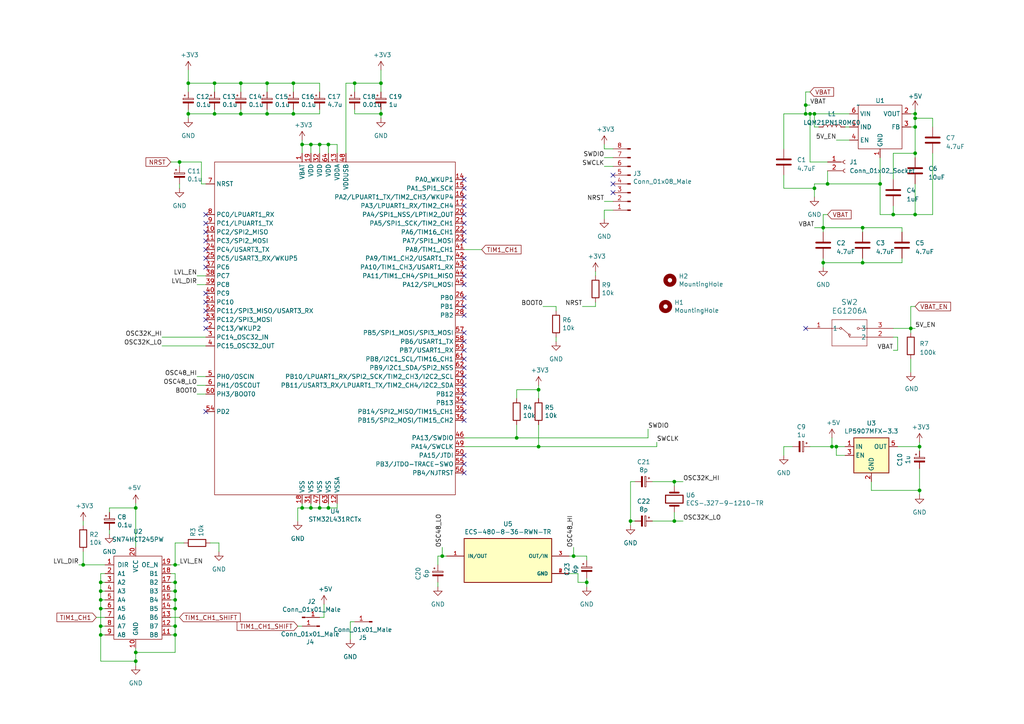
<source format=kicad_sch>
(kicad_sch (version 20231120) (generator "eeschema") (generator_version "8.0")
  (paper "A4")
  (lib_symbols
    (symbol "Connector:Conn_01x02_Socket" (pin_names (offset 1.016) hide)
      (property "Reference" "J" (at 0 2.54 0))
      (property "Value" "Conn_01x02_Socket" (at 0 -5.08 0))
      (symbol "Conn_01x02_Socket_1_1"
        (pin passive line (at -5.08 0 0) (length 3.81) (name "Pin_1") (number "1"))
        (pin passive line (at -5.08 -2.54 0) (length 3.81) (name "Pin_2") (number "2"))
      )
    )
    (symbol "Connector:Conn_01x08_Male" (pin_names (offset 1.016) hide)
      (property "Reference" "J" (at 0 10.16 0))
      (property "Value" "Conn_01x08_Male" (at 0 -12.7 0))
      (symbol "Conn_01x08_Male_1_1"
        (pin passive line (at 5.08 7.62 180) (length 3.81) (name "Pin_1") (number "1"))
        (pin passive line (at 5.08 5.08 180) (length 3.81) (name "Pin_2") (number "2"))
        (pin passive line (at 5.08 2.54 180) (length 3.81) (name "Pin_3") (number "3"))
        (pin passive line (at 5.08 0 180) (length 3.81) (name "Pin_4") (number "4"))
        (pin passive line (at 5.08 -2.54 180) (length 3.81) (name "Pin_5") (number "5"))
        (pin passive line (at 5.08 -5.08 180) (length 3.81) (name "Pin_6") (number "6"))
        (pin passive line (at 5.08 -7.62 180) (length 3.81) (name "Pin_7") (number "7"))
        (pin passive line (at 5.08 -10.16 180) (length 3.81) (name "Pin_8") (number "8"))
      )
    )
    (symbol "Device:C" (pin_numbers hide) (pin_names (offset 0.254))
      (property "Reference" "C" (at 0.635 2.54 0))
      (property "Value" "C" (at 0.635 -2.54 0))
      (symbol "C_1_1"
        (pin passive line (at 0 3.81 270) (length 2.794) (name "~") (number "1"))
        (pin passive line (at 0 -3.81 90) (length 2.794) (name "~") (number "2"))
      )
    )
    (symbol "Device:Crystal" (pin_numbers hide) (pin_names (offset 1.016) hide)
      (property "Reference" "Y" (at 0 3.81 0))
      (property "Value" "Crystal" (at 0 -3.81 0))
      (symbol "Crystal_1_1"
        (pin passive line (at -3.81 0 0) (length 1.27) (name "1") (number "1"))
        (pin passive line (at 3.81 0 180) (length 1.27) (name "2") (number "2"))
      )
    )
    (symbol "Device:L" (pin_numbers hide) (pin_names (offset 1.016) hide)
      (property "Reference" "L" (at -1.27 0 90))
      (property "Value" "L" (at 1.905 0 90))
      (symbol "L_1_1"
        (pin passive line (at 0 3.81 270) (length 1.27) (name "1") (number "1"))
        (pin passive line (at 0 -3.81 90) (length 1.27) (name "2") (number "2"))
      )
    )
    (symbol "Device:R" (pin_numbers hide) (pin_names (offset 0))
      (property "Reference" "R" (at 2.032 0 90))
      (property "Value" "R" (at 0 0 90))
      (symbol "R_1_1"
        (pin passive line (at 0 3.81 270) (length 1.27) (name "~") (number "1"))
        (pin passive line (at 0 -3.81 90) (length 1.27) (name "~") (number "2"))
      )
    )
    (symbol "EG1206A:EG1206A" (pin_names (offset 0.254))
      (property "Reference" "SW" (at 12.7 7.62 0))
      (property "Value" "EG1206A" (at 12.7 5.08 0))
      (symbol "EG1206A_0_1"
        (pin unspecified line (at 0 0 0) (length 7.62) (name "1") (number "1"))
        (pin unspecified line (at 25.4 -2.54 180) (length 7.62) (name "2") (number "2"))
        (pin unspecified line (at 25.4 0 180) (length 7.62) (name "3") (number "3"))
      )
    )
    (symbol "Mechanical:MountingHole" (pin_names (offset 1.016))
      (property "Reference" "H" (at 0 5.08 0))
      (property "Value" "MountingHole" (at 0 3.175 0))
    )
    (symbol "Regulator_Linear:LP5907MFX-3.3"
      (property "Reference" "U" (at -3.81 6.35 0))
      (property "Value" "LP5907MFX-3.3" (at 6.35 6.35 0))
      (symbol "LP5907MFX-3.3_0_1"
        (pin power_in line (at -7.62 2.54 0) (length 2.54) (name "IN") (number "1"))
        (pin power_in line (at 0 -7.62 90) (length 2.54) (name "GND") (number "2"))
        (pin input line (at -7.62 0 0) (length 2.54) (name "EN") (number "3"))
        (pin no_connect line (at 5.08 0 180) (length 2.54) hide (name "NC") (number "4"))
        (pin power_out line (at 7.62 2.54 180) (length 2.54) (name "OUT") (number "5"))
      )
    )
    (symbol "power:+5V" (power) (pin_names (offset 0))
      (property "Value" "+5V" (at 0 3.556 0))
      (symbol "+5V_1_1"
        (pin power_in line (at 0 0 90) (length 0) hide (name "+5V") (number "1"))
      )
    )
    (symbol "power:GND" (power) (pin_names (offset 0))
      (property "Value" "GND" (at 0 -3.81 0))
      (symbol "GND_1_1"
        (pin power_in line (at 0 0 270) (length 0) hide (name "GND") (number "1"))
      )
    )
    (symbol "small_led_driver_v2-rescue:+5V-power" (power) (pin_names (offset 0))
      (property "Value" "power_+5V" (at 0 3.556 0))
      (symbol "+5V-power_1_1"
        (pin power_in line (at 0 0 90) (length 0) hide (name "+5V") (number "1"))
      )
    )
    (symbol "small_led_driver_v2-rescue:Conn_01x01_Male-Connector" (pin_names (offset 1.016) hide)
      (property "Reference" "J" (at 0 2.54 0))
      (property "Value" "Connector_Conn_01x01_Male" (at 0 -2.54 0))
      (symbol "Conn_01x01_Male-Connector_1_1"
        (pin passive line (at 5.08 0 180) (length 3.81) (name "Pin_1") (number "1"))
      )
    )
    (symbol "spudglo_driver_v3p1-rescue:+3.3V-power" (power) (pin_names (offset 0))
      (property "Value" "+3.3V-power" (at 0 3.556 0))
      (symbol "+3.3V-power_1_1"
        (pin power_in line (at 0 0 90) (length 0) hide (name "+3V3") (number "1"))
      )
    )
    (symbol "spudglo_driver_v3p1-rescue:CP_Small-Device" (pin_numbers hide) (pin_names (offset 0.254) hide)
      (property "Reference" "C" (at 0.254 1.778 0))
      (property "Value" "CP_Small-Device" (at 0.254 -2.032 0))
      (symbol "CP_Small-Device_1_1"
        (pin passive line (at 0 2.54 270) (length 1.8542) (name "~") (number "1"))
        (pin passive line (at 0 -2.54 90) (length 1.8542) (name "~") (number "2"))
      )
    )
    (symbol "spudglo_driver_v3p1-rescue:ECS-480-8-36-RWN-TR-ECS-480-8-36-RWN-TR" (pin_names (offset 1.016))
      (property "Reference" "Y" (at -12.7254 7.6454 0))
      (property "Value" "ECS-480-8-36-RWN-TR-ECS-480-8-36-RWN-TR" (at -12.7 -7.62 0))
      (symbol "ECS-480-8-36-RWN-TR-ECS-480-8-36-RWN-TR_0_0"
        (pin bidirectional line (at -17.78 2.54 0) (length 5.08) (name "IN/OUT") (number "1"))
        (pin power_in line (at 17.78 -2.54 180) (length 5.08) (name "GND") (number "2"))
        (pin bidirectional line (at 17.78 2.54 180) (length 5.08) (name "OUT/IN") (number "3"))
        (pin power_in line (at 17.78 -2.54 180) (length 5.08) (name "GND") (number "4"))
      )
    )
    (symbol "spudglo_driver_v3p1-rescue:SN74HCT245PW-srw_custom" (pin_names (offset 1.016))
      (property "Reference" "U" (at -13.97 16.51 0))
      (property "Value" "SN74HCT245PW-srw_custom" (at 0 -34.29 0))
      (symbol "SN74HCT245PW-srw_custom_1_1"
        (pin input line (at -2.54 -2.54 0) (length 2.54) (name "DIR") (number "1"))
        (pin input line (at 6.35 -26.67 90) (length 2.54) (name "GND") (number "10"))
        (pin input line (at 16.51 -22.86 180) (length 2.54) (name "B8") (number "11"))
        (pin input line (at 16.51 -20.32 180) (length 2.54) (name "B7") (number "12"))
        (pin input line (at 16.51 -17.78 180) (length 2.54) (name "B6") (number "13"))
        (pin input line (at 16.51 -15.24 180) (length 2.54) (name "B5") (number "14"))
        (pin input line (at 16.51 -12.7 180) (length 2.54) (name "B4") (number "15"))
        (pin input line (at 16.51 -10.16 180) (length 2.54) (name "B3") (number "16"))
        (pin input line (at 16.51 -7.62 180) (length 2.54) (name "B2") (number "17"))
        (pin input line (at 16.51 -5.08 180) (length 2.54) (name "B1") (number "18"))
        (pin input line (at 16.51 -2.54 180) (length 2.54) (name "OE_N") (number "19"))
        (pin input line (at -2.54 -5.08 0) (length 2.54) (name "A1") (number "2"))
        (pin input line (at 6.35 2.54 270) (length 2.54) (name "VCC") (number "20"))
        (pin input line (at -2.54 -7.62 0) (length 2.54) (name "A2") (number "3"))
        (pin input line (at -2.54 -10.16 0) (length 2.54) (name "A3") (number "4"))
        (pin input line (at -2.54 -12.7 0) (length 2.54) (name "A4") (number "5"))
        (pin input line (at -2.54 -15.24 0) (length 2.54) (name "A5") (number "6"))
        (pin input line (at -2.54 -17.78 0) (length 2.54) (name "A6") (number "7"))
        (pin input line (at -2.54 -20.32 0) (length 2.54) (name "A7") (number "8"))
        (pin input line (at -2.54 -22.86 0) (length 2.54) (name "A8") (number "9"))
      )
    )
    (symbol "spudglo_driver_v3p1-rescue:STM32L431RCTx-MCU_ST_STM32L4"
      (property "Reference" "U" (at -6.35 29.21 0))
      (property "Value" "STM32L431RCTx-MCU_ST_STM32L4" (at -8.89 -72.39 0))
      (symbol "STM32L431RCTx-MCU_ST_STM32L4_1_1"
        (pin power_in line (at 16.51 29.21 270) (length 2.54) (name "VBAT") (number "1"))
        (pin bidirectional line (at -11.43 6.35 0) (length 2.54) (name "PC2/SPI2_MISO") (number "10"))
        (pin bidirectional line (at -11.43 3.81 0) (length 2.54) (name "PC3/SPI2_MOSI") (number "11"))
        (pin power_in line (at 26.67 -72.39 90) (length 2.54) (name "VSSA") (number "12"))
        (pin power_in line (at 26.67 29.21 270) (length 2.54) (name "VDDA") (number "13"))
        (pin bidirectional line (at 63.5 21.59 180) (length 2.54) (name "PA0_WKUP1") (number "14"))
        (pin bidirectional line (at 63.5 19.05 180) (length 2.54) (name "PA1_SPI1_SCK") (number "15"))
        (pin bidirectional line (at 63.5 16.51 180) (length 2.54) (name "PA2/LPUART1_TX/TIM2_CH3/WKUP4") (number "16"))
        (pin bidirectional line (at 63.5 13.97 180) (length 2.54) (name "PA3/LPUART1_RX/TIM2_CH4") (number "17"))
        (pin power_in line (at 16.51 -72.39 90) (length 2.54) (name "VSS") (number "18"))
        (pin power_in line (at 19.05 29.21 270) (length 2.54) (name "VDD") (number "19"))
        (pin bidirectional line (at -11.43 -21.59 0) (length 2.54) (name "PC13/WKUP2") (number "2"))
        (pin bidirectional line (at 63.5 11.43 180) (length 2.54) (name "PA4/SPI1_NSS/LPTIM2_OUT") (number "20"))
        (pin bidirectional line (at 63.5 8.89 180) (length 2.54) (name "PA5/SPI1_SCK/TIM2_CH1") (number "21"))
        (pin bidirectional line (at 63.5 6.35 180) (length 2.54) (name "PA6/TIM16_CH1") (number "22"))
        (pin bidirectional line (at 63.5 3.81 180) (length 2.54) (name "PA7/SPI1_MOSI") (number "23"))
        (pin bidirectional line (at -11.43 1.27 0) (length 2.54) (name "PC4/USART3_TX") (number "24"))
        (pin bidirectional line (at -11.43 -1.27 0) (length 2.54) (name "PC5/USART3_RX/WKUP5") (number "25"))
        (pin bidirectional line (at 63.5 -12.7 180) (length 2.54) (name "PB0") (number "26"))
        (pin bidirectional line (at 63.5 -15.24 180) (length 2.54) (name "PB1") (number "27"))
        (pin bidirectional line (at 63.5 -17.78 180) (length 2.54) (name "PB2") (number "28"))
        (pin bidirectional line (at 63.5 -35.56 180) (length 2.54) (name "PB10/LPUART1_RX/SPI2_SCK/TIM2_CH3/I2C2_SCL") (number "29"))
        (pin bidirectional line (at -11.43 -24.13 0) (length 2.54) (name "PC14_OSC32_IN") (number "3"))
        (pin bidirectional line (at 63.5 -38.1 180) (length 2.54) (name "PB11/USART3_RX/LPUART1_TX/TIM2_CH4/I2C2_SDA") (number "30"))
        (pin power_in line (at 19.05 -72.39 90) (length 2.54) (name "VSS") (number "31"))
        (pin power_in line (at 21.59 29.21 270) (length 2.54) (name "VDD") (number "32"))
        (pin bidirectional line (at 63.5 -40.64 180) (length 2.54) (name "PB12") (number "33"))
        (pin bidirectional line (at 63.5 -43.18 180) (length 2.54) (name "PB13") (number "34"))
        (pin bidirectional line (at 63.5 -45.72 180) (length 2.54) (name "PB14/SPI2_MISO/TIM15_CH1") (number "35"))
        (pin bidirectional line (at 63.5 -48.26 180) (length 2.54) (name "PB15/SPI2_MOSI/TIM15_CH2") (number "36"))
        (pin bidirectional line (at -11.43 -3.81 0) (length 2.54) (name "PC6") (number "37"))
        (pin bidirectional line (at -11.43 -6.35 0) (length 2.54) (name "PC7") (number "38"))
        (pin bidirectional line (at -11.43 -8.89 0) (length 2.54) (name "PC8") (number "39"))
        (pin bidirectional line (at -11.43 -26.67 0) (length 2.54) (name "PC15_OSC32_OUT") (number "4"))
        (pin bidirectional line (at -11.43 -11.43 0) (length 2.54) (name "PC9") (number "40"))
        (pin bidirectional line (at 63.5 1.27 180) (length 2.54) (name "PA8/TIM1_CH1") (number "41"))
        (pin bidirectional line (at 63.5 -1.27 180) (length 2.54) (name "PA9/TIM1_CH2/USART1_TX") (number "42"))
        (pin bidirectional line (at 63.5 -3.81 180) (length 2.54) (name "PA10/TIM1_CH3/USART1_RX") (number "43"))
        (pin bidirectional line (at 63.5 -6.35 180) (length 2.54) (name "PA11/TIM1_CH4/SPI1_MISO") (number "44"))
        (pin bidirectional line (at 63.5 -8.89 180) (length 2.54) (name "PA12/SPI_MOSI") (number "45"))
        (pin bidirectional line (at 63.5 -53.34 180) (length 2.54) (name "PA13/SWDIO") (number "46"))
        (pin power_in line (at 21.59 -72.39 90) (length 2.54) (name "VSS") (number "47"))
        (pin power_in line (at 29.21 29.21 270) (length 2.54) (name "VDDUSB") (number "48"))
        (pin bidirectional line (at 63.5 -55.88 180) (length 2.54) (name "PA14/SWCLK") (number "49"))
        (pin input line (at -11.43 -35.56 0) (length 2.54) (name "PH0/OSCIN") (number "5"))
        (pin bidirectional line (at 63.5 -58.42 180) (length 2.54) (name "PA15/JTDI") (number "50"))
        (pin bidirectional line (at -11.43 -13.97 0) (length 2.54) (name "PC10") (number "51"))
        (pin bidirectional line (at -11.43 -16.51 0) (length 2.54) (name "PC11/SPI3_MISO/USART3_RX") (number "52"))
        (pin bidirectional line (at -11.43 -19.05 0) (length 2.54) (name "PC12/SPI3_MOSI") (number "53"))
        (pin bidirectional line (at -11.43 -45.72 0) (length 2.54) (name "PD2") (number "54"))
        (pin bidirectional line (at 63.5 -60.96 180) (length 2.54) (name "PB3/JTDO-TRACE-SWO") (number "55"))
        (pin bidirectional line (at 63.5 -63.5 180) (length 2.54) (name "PB4/NJTRST") (number "56"))
        (pin bidirectional line (at 63.5 -22.86 180) (length 2.54) (name "PB5/SPI1_MOSI/SPI3_MOSI") (number "57"))
        (pin bidirectional line (at 63.5 -25.4 180) (length 2.54) (name "PB6/USART1_TX") (number "58"))
        (pin bidirectional line (at 63.5 -27.94 180) (length 2.54) (name "PB7/USART1_RX") (number "59"))
        (pin input line (at -11.43 -38.1 0) (length 2.54) (name "PH1/OSCOUT") (number "6"))
        (pin bidirectional line (at -11.43 -40.64 0) (length 2.54) (name "PH3/BOOT0") (number "60"))
        (pin bidirectional line (at 63.5 -30.48 180) (length 2.54) (name "PB8/I2C1_SCL/TIM16_CH1") (number "61"))
        (pin bidirectional line (at 63.5 -33.02 180) (length 2.54) (name "PB9/I2C1_SDA/SPI2_NSS") (number "62"))
        (pin power_in line (at 24.13 -72.39 90) (length 2.54) (name "VSS") (number "63"))
        (pin power_in line (at 24.13 29.21 270) (length 2.54) (name "VDD") (number "64"))
        (pin input line (at -11.43 20.32 0) (length 2.54) (name "NRST") (number "7"))
        (pin bidirectional line (at -11.43 11.43 0) (length 2.54) (name "PC0/LPUART1_RX") (number "8"))
        (pin bidirectional line (at -11.43 8.89 0) (length 2.54) (name "PC1/LPUART1_TX") (number "9"))
      )
    )
    (symbol "srw:TPS61240DRVR"
      (property "Reference" "U" (at -1.27 1.27 0))
      (symbol "TPS61240DRVR_1_1"
        (pin input line (at 6.35 -15.24 90) (length 2.54) (name "GND") (number "1"))
        (pin input line (at 15.24 -2.54 180) (length 2.54) (name "VOUT") (number "2"))
        (pin input line (at 15.24 -6.35 180) (length 2.54) (name "FB") (number "3"))
        (pin input line (at -2.54 -10.16 0) (length 2.54) (name "EN") (number "4"))
        (pin input line (at -2.54 -6.35 0) (length 2.54) (name "IND") (number "5"))
        (pin input line (at -2.54 -2.54 0) (length 2.54) (name "VIN") (number "6"))
      )
    )
  )
  (junction (at 62.23 24.13))
  (junction (at 259.08 62.23))
  (junction (at 265.43 44.45))
  (junction (at 238.76 66.04))
  (junction (at 50.8 173.99))
  (junction (at 265.43 33.02))
  (junction (at 69.85 33.02))
  (junction (at 250.19 76.2))
  (junction (at 238.76 76.2))
  (junction (at 50.8 168.91))
  (junction (at 110.49 24.13))
  (junction (at 29.21 176.53))
  (junction (at 52.07 46.99))
  (junction (at 87.63 41.91))
  (junction (at 166.37 161.29))
  (junction (at 39.37 189.23))
  (junction (at 92.71 41.91))
  (junction (at 233.68 30.48))
  (junction (at 266.7 129.54))
  (junction (at 85.09 24.13))
  (junction (at 110.49 33.02))
  (junction (at 265.43 36.83))
  (junction (at 77.47 33.02))
  (junction (at 24.13 163.83))
  (junction (at 195.58 151.13))
  (junction (at 90.17 41.91))
  (junction (at 50.8 176.53))
  (junction (at 195.58 139.7))
  (junction (at 149.86 127))
  (junction (at 50.8 171.45))
  (junction (at 102.87 24.13))
  (junction (at 29.21 173.99))
  (junction (at 54.61 33.02))
  (junction (at 266.7 142.24))
  (junction (at 77.47 24.13))
  (junction (at 54.61 24.13))
  (junction (at 241.3 129.54))
  (junction (at 250.19 66.04))
  (junction (at 85.09 33.02))
  (junction (at 87.63 147.32))
  (junction (at 156.21 113.03))
  (junction (at 236.22 54.61))
  (junction (at 39.37 191.77))
  (junction (at 29.21 184.15))
  (junction (at 95.25 41.91))
  (junction (at 29.21 168.91))
  (junction (at 156.21 129.54))
  (junction (at 240.03 53.34))
  (junction (at 233.68 33.02))
  (junction (at 29.21 171.45))
  (junction (at 265.43 62.23))
  (junction (at 69.85 24.13))
  (junction (at 265.43 34.29))
  (junction (at 50.8 184.15))
  (junction (at 29.21 181.61))
  (junction (at 234.95 33.02))
  (junction (at 39.37 147.32))
  (junction (at 264.16 95.25))
  (junction (at 50.8 163.83))
  (junction (at 90.17 147.32))
  (junction (at 95.25 147.32))
  (junction (at 242.57 129.54))
  (junction (at 170.18 168.91))
  (junction (at 255.27 53.34))
  (junction (at 62.23 33.02))
  (junction (at 182.88 151.13))
  (junction (at 236.22 33.02))
  (junction (at 50.8 181.61))
  (junction (at 128.27 161.29))
  (junction (at 92.71 147.32))
  (no_connect (at 134.62 114.3))
  (no_connect (at 177.8 50.8))
  (no_connect (at 134.62 119.38))
  (no_connect (at 59.69 67.31))
  (no_connect (at 59.69 87.63))
  (no_connect (at 134.62 101.6))
  (no_connect (at 134.62 67.31))
  (no_connect (at 134.62 52.07))
  (no_connect (at 134.62 57.15))
  (no_connect (at 134.62 88.9))
  (no_connect (at 134.62 91.44))
  (no_connect (at 59.69 92.71))
  (no_connect (at 59.69 85.09))
  (no_connect (at 177.8 55.88))
  (no_connect (at 134.62 106.68))
  (no_connect (at 134.62 134.62))
  (no_connect (at 233.68 95.25))
  (no_connect (at 134.62 59.69))
  (no_connect (at 134.62 109.22))
  (no_connect (at 134.62 99.06))
  (no_connect (at 134.62 96.52))
  (no_connect (at 134.62 111.76))
  (no_connect (at 134.62 137.16))
  (no_connect (at 59.69 77.47))
  (no_connect (at 59.69 64.77))
  (no_connect (at 59.69 90.17))
  (no_connect (at 134.62 64.77))
  (no_connect (at 59.69 69.85))
  (no_connect (at 134.62 74.93))
  (no_connect (at 134.62 62.23))
  (no_connect (at 134.62 116.84))
  (no_connect (at 134.62 80.01))
  (no_connect (at 59.69 95.25))
  (no_connect (at 134.62 82.55))
  (no_connect (at 134.62 104.14))
  (no_connect (at 134.62 86.36))
  (no_connect (at 177.8 53.34))
  (no_connect (at 59.69 62.23))
  (no_connect (at 59.69 72.39))
  (no_connect (at 134.62 54.61))
  (no_connect (at 134.62 132.08))
  (no_connect (at 134.62 69.85))
  (no_connect (at 59.69 74.93))
  (no_connect (at 59.69 119.38))
  (no_connect (at 134.62 77.47))
  (no_connect (at 134.62 121.92))
  (wire (pts (xy 238.76 66.04) (xy 238.76 67.31)))
  (wire (pts (xy 195.58 148.59) (xy 195.58 151.13)))
  (wire (pts (xy 24.13 152.4) (xy 24.13 151.13)))
  (wire (pts (xy 50.8 184.15) (xy 50.8 181.61)))
  (wire (pts (xy 95.25 44.45) (xy 95.25 41.91)))
  (wire (pts (xy 50.8 166.37) (xy 49.53 166.37)))
  (wire (pts (xy 167.64 166.37) (xy 167.64 168.91)))
  (wire (pts (xy 39.37 146.05) (xy 39.37 147.32)))
  (wire (pts (xy 182.88 151.13) (xy 184.15 151.13)))
  (wire (pts (xy 31.75 153.67) (xy 31.75 154.94)))
  (wire (pts (xy 57.15 109.22) (xy 59.69 109.22)))
  (wire (pts (xy 234.95 46.99) (xy 240.03 46.99)))
  (wire (pts (xy 54.61 33.02) (xy 62.23 33.02)))
  (wire (pts (xy 77.47 33.02) (xy 77.47 31.75)))
  (wire (pts (xy 265.43 36.83) (xy 265.43 44.45)))
  (wire (pts (xy 92.71 44.45) (xy 92.71 41.91)))
  (wire (pts (xy 182.88 151.13) (xy 182.88 139.7)))
  (wire (pts (xy 252.73 139.7) (xy 252.73 142.24)))
  (wire (pts (xy 236.22 53.34) (xy 236.22 54.61)))
  (wire (pts (xy 52.07 48.26) (xy 52.07 46.99)))
  (wire (pts (xy 161.29 90.17) (xy 161.29 88.9)))
  (wire (pts (xy 101.6 185.42) (xy 101.6 180.34)))
  (wire (pts (xy 250.19 66.04) (xy 238.76 66.04)))
  (wire (pts (xy 90.17 147.32) (xy 92.71 147.32)))
  (wire (pts (xy 264.16 36.83) (xy 265.43 36.83)))
  (wire (pts (xy 261.62 76.2) (xy 250.19 76.2)))
  (wire (pts (xy 261.62 67.31) (xy 261.62 66.04)))
  (wire (pts (xy 90.17 44.45) (xy 90.17 41.91)))
  (wire (pts (xy 95.25 147.32) (xy 97.79 147.32)))
  (wire (pts (xy 238.76 76.2) (xy 238.76 77.47)))
  (wire (pts (xy 234.95 33.02) (xy 234.95 46.99)))
  (wire (pts (xy 236.22 66.04) (xy 238.76 66.04)))
  (wire (pts (xy 255.27 62.23) (xy 259.08 62.23)))
  (wire (pts (xy 50.8 168.91) (xy 50.8 166.37)))
  (wire (pts (xy 85.09 33.02) (xy 92.71 33.02)))
  (wire (pts (xy 166.37 161.29) (xy 165.1 161.29)))
  (wire (pts (xy 242.57 132.08) (xy 242.57 129.54)))
  (wire (pts (xy 175.26 43.18) (xy 175.26 41.91)))
  (wire (pts (xy 49.53 176.53) (xy 50.8 176.53)))
  (wire (pts (xy 97.79 44.45) (xy 97.79 41.91)))
  (wire (pts (xy 90.17 41.91) (xy 87.63 41.91)))
  (wire (pts (xy 95.25 146.05) (xy 95.25 147.32)))
  (wire (pts (xy 167.64 168.91) (xy 170.18 168.91)))
  (wire (pts (xy 92.71 24.13) (xy 85.09 24.13)))
  (wire (pts (xy 187.96 124.46) (xy 187.96 127)))
  (wire (pts (xy 264.16 95.25) (xy 264.16 96.52)))
  (wire (pts (xy 264.16 104.14) (xy 264.16 107.95)))
  (wire (pts (xy 252.73 142.24) (xy 266.7 142.24)))
  (wire (pts (xy 264.16 33.02) (xy 265.43 33.02)))
  (wire (pts (xy 172.72 88.9) (xy 172.72 87.63)))
  (wire (pts (xy 156.21 113.03) (xy 156.21 111.76)))
  (wire (pts (xy 102.87 24.13) (xy 110.49 24.13)))
  (wire (pts (xy 264.16 95.25) (xy 264.16 88.9)))
  (wire (pts (xy 95.25 41.91) (xy 92.71 41.91)))
  (wire (pts (xy 57.15 114.3) (xy 59.69 114.3)))
  (wire (pts (xy 170.18 168.91) (xy 170.18 167.64)))
  (wire (pts (xy 50.8 181.61) (xy 50.8 176.53)))
  (wire (pts (xy 233.68 26.67) (xy 233.68 30.48)))
  (wire (pts (xy 59.69 53.34) (xy 58.42 53.34)))
  (wire (pts (xy 50.8 189.23) (xy 39.37 189.23)))
  (wire (pts (xy 63.5 157.48) (xy 63.5 160.02)))
  (wire (pts (xy 265.43 33.02) (xy 265.43 31.75)))
  (wire (pts (xy 161.29 99.06) (xy 161.29 97.79)))
  (wire (pts (xy 270.51 44.45) (xy 270.51 62.23)))
  (wire (pts (xy 238.76 62.23) (xy 240.03 62.23)))
  (wire (pts (xy 265.43 62.23) (xy 270.51 62.23)))
  (wire (pts (xy 259.08 101.6) (xy 260.35 101.6)))
  (wire (pts (xy 266.7 135.89) (xy 266.7 142.24)))
  (wire (pts (xy 29.21 168.91) (xy 29.21 171.45)))
  (wire (pts (xy 259.08 97.79) (xy 260.35 97.79)))
  (wire (pts (xy 266.7 130.81) (xy 266.7 129.54)))
  (wire (pts (xy 54.61 24.13) (xy 62.23 24.13)))
  (wire (pts (xy 236.22 54.61) (xy 236.22 57.15)))
  (wire (pts (xy 110.49 24.13) (xy 110.49 20.32)))
  (wire (pts (xy 86.36 181.61) (xy 87.63 181.61)))
  (wire (pts (xy 128.27 158.75) (xy 128.27 161.29)))
  (wire (pts (xy 234.95 33.02) (xy 236.22 33.02)))
  (wire (pts (xy 49.53 171.45) (xy 50.8 171.45)))
  (wire (pts (xy 110.49 33.02) (xy 102.87 33.02)))
  (wire (pts (xy 236.22 53.34) (xy 240.03 53.34)))
  (wire (pts (xy 85.09 33.02) (xy 77.47 33.02)))
  (wire (pts (xy 265.43 34.29) (xy 265.43 33.02)))
  (wire (pts (xy 29.21 181.61) (xy 30.48 181.61)))
  (wire (pts (xy 172.72 80.01) (xy 172.72 78.74)))
  (wire (pts (xy 69.85 24.13) (xy 77.47 24.13)))
  (wire (pts (xy 54.61 31.75) (xy 54.61 33.02)))
  (wire (pts (xy 134.62 127) (xy 149.86 127)))
  (wire (pts (xy 195.58 140.97) (xy 195.58 139.7)))
  (wire (pts (xy 86.36 151.13) (xy 86.36 147.32)))
  (wire (pts (xy 86.36 147.32) (xy 87.63 147.32)))
  (wire (pts (xy 189.23 139.7) (xy 195.58 139.7)))
  (wire (pts (xy 92.71 179.07) (xy 93.98 179.07)))
  (wire (pts (xy 77.47 24.13) (xy 85.09 24.13)))
  (wire (pts (xy 245.11 132.08) (xy 242.57 132.08)))
  (wire (pts (xy 250.19 74.93) (xy 250.19 76.2)))
  (wire (pts (xy 92.71 41.91) (xy 90.17 41.91)))
  (wire (pts (xy 134.62 72.39) (xy 139.7 72.39)))
  (wire (pts (xy 29.21 176.53) (xy 29.21 181.61)))
  (wire (pts (xy 54.61 24.13) (xy 54.61 20.32)))
  (wire (pts (xy 240.03 53.34) (xy 255.27 53.34)))
  (wire (pts (xy 62.23 33.02) (xy 69.85 33.02)))
  (wire (pts (xy 102.87 24.13) (xy 102.87 26.67)))
  (wire (pts (xy 227.33 129.54) (xy 227.33 132.08)))
  (wire (pts (xy 227.33 33.02) (xy 233.68 33.02)))
  (wire (pts (xy 110.49 31.75) (xy 110.49 33.02)))
  (wire (pts (xy 90.17 146.05) (xy 90.17 147.32)))
  (wire (pts (xy 87.63 44.45) (xy 87.63 41.91)))
  (wire (pts (xy 49.53 184.15) (xy 50.8 184.15)))
  (wire (pts (xy 39.37 191.77) (xy 39.37 189.23)))
  (wire (pts (xy 39.37 189.23) (xy 39.37 187.96)))
  (wire (pts (xy 238.76 66.04) (xy 238.76 62.23)))
  (wire (pts (xy 259.08 62.23) (xy 265.43 62.23)))
  (wire (pts (xy 149.86 127) (xy 187.96 127)))
  (wire (pts (xy 62.23 33.02) (xy 62.23 31.75)))
  (wire (pts (xy 31.75 147.32) (xy 39.37 147.32)))
  (wire (pts (xy 241.3 129.54) (xy 234.95 129.54)))
  (wire (pts (xy 266.7 142.24) (xy 266.7 143.51)))
  (wire (pts (xy 177.8 60.96) (xy 175.26 60.96)))
  (wire (pts (xy 175.26 60.96) (xy 175.26 63.5)))
  (wire (pts (xy 54.61 26.67) (xy 54.61 24.13)))
  (wire (pts (xy 236.22 36.83) (xy 237.49 36.83)))
  (wire (pts (xy 29.21 171.45) (xy 30.48 171.45)))
  (wire (pts (xy 168.91 88.9) (xy 172.72 88.9)))
  (wire (pts (xy 50.8 163.83) (xy 52.07 163.83)))
  (wire (pts (xy 110.49 26.67) (xy 110.49 24.13)))
  (wire (pts (xy 62.23 24.13) (xy 69.85 24.13)))
  (wire (pts (xy 170.18 161.29) (xy 166.37 161.29)))
  (wire (pts (xy 190.5 128.27) (xy 190.5 129.54)))
  (wire (pts (xy 270.51 34.29) (xy 265.43 34.29)))
  (wire (pts (xy 46.99 100.33) (xy 59.69 100.33)))
  (wire (pts (xy 57.15 111.76) (xy 59.69 111.76)))
  (wire (pts (xy 261.62 66.04) (xy 250.19 66.04)))
  (wire (pts (xy 227.33 50.8) (xy 227.33 54.61)))
  (wire (pts (xy 264.16 95.25) (xy 265.43 95.25)))
  (wire (pts (xy 149.86 113.03) (xy 156.21 113.03)))
  (wire (pts (xy 259.08 95.25) (xy 264.16 95.25)))
  (wire (pts (xy 129.54 161.29) (xy 128.27 161.29)))
  (wire (pts (xy 29.21 173.99) (xy 29.21 176.53)))
  (wire (pts (xy 85.09 31.75) (xy 85.09 33.02)))
  (wire (pts (xy 127 170.18) (xy 127 168.91)))
  (wire (pts (xy 92.71 31.75) (xy 92.71 33.02)))
  (wire (pts (xy 238.76 74.93) (xy 238.76 76.2)))
  (wire (pts (xy 250.19 67.31) (xy 250.19 66.04)))
  (wire (pts (xy 30.48 166.37) (xy 29.21 166.37)))
  (wire (pts (xy 127 161.29) (xy 127 163.83)))
  (wire (pts (xy 100.33 24.13) (xy 102.87 24.13)))
  (wire (pts (xy 255.27 45.72) (xy 255.27 53.34)))
  (wire (pts (xy 270.51 36.83) (xy 270.51 34.29)))
  (wire (pts (xy 69.85 33.02) (xy 69.85 31.75)))
  (wire (pts (xy 265.43 44.45) (xy 265.43 45.72)))
  (wire (pts (xy 69.85 26.67) (xy 69.85 24.13)))
  (wire (pts (xy 92.71 147.32) (xy 92.71 146.05)))
  (wire (pts (xy 102.87 31.75) (xy 102.87 33.02)))
  (wire (pts (xy 170.18 170.18) (xy 170.18 168.91)))
  (wire (pts (xy 85.09 24.13) (xy 85.09 26.67)))
  (wire (pts (xy 233.68 30.48) (xy 234.95 30.48)))
  (wire (pts (xy 242.57 129.54) (xy 241.3 129.54)))
  (wire (pts (xy 156.21 123.19) (xy 156.21 129.54)))
  (wire (pts (xy 189.23 151.13) (xy 195.58 151.13)))
  (wire (pts (xy 245.11 36.83) (xy 246.38 36.83)))
  (wire (pts (xy 175.26 48.26) (xy 177.8 48.26)))
  (wire (pts (xy 87.63 147.32) (xy 87.63 146.05)))
  (wire (pts (xy 87.63 147.32) (xy 90.17 147.32)))
  (wire (pts (xy 29.21 184.15) (xy 30.48 184.15)))
  (wire (pts (xy 261.62 74.93) (xy 261.62 76.2)))
  (wire (pts (xy 156.21 115.57) (xy 156.21 113.03)))
  (wire (pts (xy 24.13 160.02) (xy 24.13 163.83)))
  (wire (pts (xy 101.6 180.34) (xy 102.87 180.34)))
  (wire (pts (xy 128.27 161.29) (xy 127 161.29)))
  (wire (pts (xy 27.94 179.07) (xy 30.48 179.07)))
  (wire (pts (xy 100.33 24.13) (xy 100.33 44.45)))
  (wire (pts (xy 149.86 127) (xy 149.86 123.19)))
  (wire (pts (xy 62.23 26.67) (xy 62.23 24.13)))
  (wire (pts (xy 57.15 80.01) (xy 59.69 80.01)))
  (wire (pts (xy 29.21 173.99) (xy 30.48 173.99)))
  (wire (pts (xy 50.8 176.53) (xy 50.8 173.99)))
  (wire (pts (xy 69.85 33.02) (xy 77.47 33.02)))
  (wire (pts (xy 29.21 184.15) (xy 29.21 191.77)))
  (wire (pts (xy 266.7 129.54) (xy 266.7 128.27)))
  (wire (pts (xy 60.96 157.48) (xy 63.5 157.48)))
  (wire (pts (xy 54.61 33.02) (xy 54.61 34.29)))
  (wire (pts (xy 242.57 40.64) (xy 246.38 40.64)))
  (wire (pts (xy 177.8 43.18) (xy 175.26 43.18)))
  (wire (pts (xy 93.98 179.07) (xy 93.98 175.26)))
  (wire (pts (xy 157.48 88.9) (xy 161.29 88.9)))
  (wire (pts (xy 182.88 152.4) (xy 182.88 151.13)))
  (wire (pts (xy 50.8 173.99) (xy 50.8 171.45)))
  (wire (pts (xy 52.07 54.61) (xy 52.07 53.34)))
  (wire (pts (xy 29.21 171.45) (xy 29.21 173.99)))
  (wire (pts (xy 246.38 33.02) (xy 236.22 33.02)))
  (wire (pts (xy 50.8 163.83) (xy 50.8 157.48)))
  (wire (pts (xy 240.03 49.53) (xy 240.03 53.34)))
  (wire (pts (xy 265.43 36.83) (xy 265.43 34.29)))
  (wire (pts (xy 255.27 62.23) (xy 255.27 53.34)))
  (wire (pts (xy 259.08 59.69) (xy 259.08 62.23)))
  (wire (pts (xy 110.49 34.29) (xy 110.49 33.02)))
  (wire (pts (xy 49.53 181.61) (xy 50.8 181.61)))
  (wire (pts (xy 227.33 54.61) (xy 236.22 54.61)))
  (wire (pts (xy 227.33 43.18) (xy 227.33 33.02)))
  (wire (pts (xy 97.79 147.32) (xy 97.79 146.05)))
  (wire (pts (xy 233.68 33.02) (xy 234.95 33.02)))
  (wire (pts (xy 170.18 162.56) (xy 170.18 161.29)))
  (wire (pts (xy 97.79 41.91) (xy 95.25 41.91)))
  (wire (pts (xy 50.8 157.48) (xy 53.34 157.48)))
  (wire (pts (xy 39.37 193.04) (xy 39.37 191.77)))
  (wire (pts (xy 265.43 53.34) (xy 265.43 62.23)))
  (wire (pts (xy 266.7 129.54) (xy 260.35 129.54)))
  (wire (pts (xy 166.37 158.75) (xy 166.37 161.29)))
  (wire (pts (xy 49.53 163.83) (xy 50.8 163.83)))
  (wire (pts (xy 156.21 129.54) (xy 190.5 129.54)))
  (wire (pts (xy 29.21 181.61) (xy 29.21 184.15)))
  (wire (pts (xy 156.21 129.54) (xy 134.62 129.54)))
  (wire (pts (xy 46.99 97.79) (xy 59.69 97.79)))
  (wire (pts (xy 29.21 166.37) (xy 29.21 168.91)))
  (wire (pts (xy 245.11 129.54) (xy 242.57 129.54)))
  (wire (pts (xy 165.1 166.37) (xy 167.64 166.37)))
  (wire (pts (xy 50.8 184.15) (xy 50.8 189.23)))
  (wire (pts (xy 31.75 148.59) (xy 31.75 147.32)))
  (wire (pts (xy 39.37 147.32) (xy 39.37 158.75)))
  (wire (pts (xy 241.3 127) (xy 241.3 129.54)))
  (wire (pts (xy 58.42 53.34) (xy 58.42 46.99)))
  (wire (pts (xy 87.63 41.91) (xy 87.63 40.64)))
  (wire (pts (xy 149.86 115.57) (xy 149.86 113.03)))
  (wire (pts (xy 30.48 163.83) (xy 24.13 163.83)))
  (wire (pts (xy 175.26 58.42) (xy 177.8 58.42)))
  (wire (pts (xy 77.47 26.67) (xy 77.47 24.13)))
  (wire (pts (xy 238.76 76.2) (xy 250.19 76.2)))
  (wire (pts (xy 49.53 179.07) (xy 52.07 179.07)))
  (wire (pts (xy 264.16 88.9) (xy 265.43 88.9)))
  (wire (pts (xy 58.42 46.99) (xy 52.07 46.99)))
  (wire (pts (xy 233.68 30.48) (xy 233.68 33.02)))
  (wire (pts (xy 259.08 44.45) (xy 265.43 44.45)))
  (wire (pts (xy 195.58 139.7) (xy 198.12 139.7)))
  (wire (pts (xy 50.8 171.45) (xy 50.8 168.91)))
  (wire (pts (xy 29.21 176.53) (xy 30.48 176.53)))
  (wire (pts (xy 182.88 139.7) (xy 184.15 139.7)))
  (wire (pts (xy 49.53 173.99) (xy 50.8 173.99)))
  (wire (pts (xy 29.21 191.77) (xy 39.37 191.77)))
  (wire (pts (xy 195.58 151.13) (xy 198.12 151.13)))
  (wire (pts (xy 92.71 147.32) (xy 95.25 147.32)))
  (wire (pts (xy 57.15 82.55) (xy 59.69 82.55)))
  (wire (pts (xy 49.53 168.91) (xy 50.8 168.91)))
  (wire (pts (xy 29.21 168.91) (xy 30.48 168.91)))
  (wire (pts (xy 22.86 163.83) (xy 24.13 163.83)))
  (wire (pts (xy 227.33 129.54) (xy 229.87 129.54)))
  (wire (pts (xy 234.95 26.67) (xy 233.68 26.67)))
  (wire (pts (xy 175.26 45.72) (xy 177.8 45.72)))
  (wire (pts (xy 236.22 33.02) (xy 236.22 36.83)))
  (wire (pts (xy 259.08 52.07) (xy 259.08 44.45)))
  (wire (pts (xy 92.71 26.67) (xy 92.71 24.13)))
  (wire (pts (xy 260.35 97.79) (xy 260.35 101.6)))
  (wire (pts (xy 49.53 46.99) (xy 52.07 46.99)))
  (label "OSC32K_HI" (at 46.99 97.79 180))
  (label "VBAT" (at 234.95 30.48 0))
  (label "LVL_EN" (at 57.15 80.01 180))
  (label "5V_EN" (at 242.57 40.64 180))
  (label "LVL_DIR" (at 22.86 163.83 180))
  (label "OSC32K_LO" (at 46.99 100.33 180))
  (label "SWDIO" (at 187.96 124.46 0))
  (label "SWCLK" (at 190.5 128.27 0))
  (label "LVL_DIR" (at 57.15 82.55 180))
  (label "OSC48_LO" (at 57.15 111.76 180))
  (label "VBAT" (at 236.22 66.04 180))
  (label "SWDIO" (at 175.26 45.72 180))
  (label "BOOT0" (at 57.15 114.3 180))
  (label "BOOT0" (at 157.48 88.9 180))
  (label "OSC48_HI" (at 166.37 158.75 90))
  (label "OSC48_LO" (at 128.27 158.75 90))
  (label "NRST" (at 168.91 88.9 180))
  (label "LVL_EN" (at 52.07 163.83 0))
  (label "5V_EN" (at 265.43 95.25 0))
  (label "NRST" (at 175.26 58.42 180))
  (label "OSC32K_HI" (at 198.12 139.7 0))
  (label "VBAT" (at 259.08 101.6 180))
  (label "OSC48_HI" (at 57.15 109.22 180))
  (label "OSC32K_LO" (at 198.12 151.13 0))
  (label "SWCLK" (at 175.26 48.26 180))
  (global_label "VBAT_EN" (shape input) (at 265.43 88.9 0) (property "Intersheetrefs" "${INTERSHEET_REFS}" (effects (hide yes))))
  (global_label "TIM1_CH1_SHIFT" (shape input) (at 86.36 181.61 180) (property "Intersheetrefs" "${INTERSHEET_REFS}" (effects (hide yes))))
  (global_label "VBAT" (shape input) (at 240.03 62.23 0) (property "Intersheetrefs" "${INTERSHEET_REFS}" (effects (hide yes))))
  (global_label "NRST" (shape input) (at 49.53 46.99 180) (property "Intersheetrefs" "${INTERSHEET_REFS}" (effects (hide yes))))
  (global_label "TIM1_CH1_SHIFT" (shape input) (at 52.07 179.07 0) (property "Intersheetrefs" "${INTERSHEET_REFS}" (effects (hide yes))))
  (global_label "TIM1_CH1" (shape input) (at 27.94 179.07 180) (property "Intersheetrefs" "${INTERSHEET_REFS}" (effects (hide yes))))
  (global_label "TIM1_CH1" (shape input) (at 139.7 72.39 0) (property "Intersheetrefs" "${INTERSHEET_REFS}" (effects (hide yes))))
  (global_label "VBAT" (shape input) (at 234.95 26.67 0) (property "Intersheetrefs" "${INTERSHEET_REFS}" (effects (hide yes))))
  (symbol (lib_id "power:+5V") (at 241.3 127 0) (unit 1)
    (property "Reference" "#PWR011" (effects (hide yes)))
    (property "Value" "+5V" (at 241.681 122.6058 0))
  )
  (symbol (lib_id "spudglo_driver_v3p1-rescue:CP_Small-Device") (at 186.69 151.13 270) (unit 1)
    (property "Reference" "C22" (at 186.69 145.415 90))
    (property "Value" "8p" (at 186.69 147.7264 90))
    (property "Footprint" "Capacitor_SMD:C_0402_1005Metric" (effects (hide yes)))
  )
  (symbol (lib_id "spudglo_driver_v3p1-rescue:+3.3V-power") (at 156.21 111.76 0) (unit 1)
    (property "Reference" "#PWR026" (effects (hide yes)))
    (property "Value" "+3V3" (at 156.591 107.3658 0))
  )
  (symbol (lib_id "Device:C") (at 265.43 49.53 0) (unit 1)
    (property "Reference" "C6" (at 269.24 48.895 0) (effects (justify left)))
    (property "Value" "10uF" (at 269.24 51.435 0) (effects (justify left)))
    (property "Footprint" "Capacitor_SMD:C_0402_1005Metric" (effects (hide yes)))
  )
  (symbol (lib_id "spudglo_driver_v3p1-rescue:CP_Small-Device") (at 54.61 29.21 0) (unit 1)
    (property "Reference" "C12" (at 56.8452 28.0416 0) (effects (justify left)))
    (property "Value" "0.1u" (at 56.8452 30.353 0) (effects (justify left)))
    (property "Footprint" "Capacitor_SMD:C_0402_1005Metric" (effects (hide yes)))
  )
  (symbol (lib_id "spudglo_driver_v3p1-rescue:CP_Small-Device") (at 85.09 29.21 0) (unit 1)
    (property "Reference" "C16" (at 87.3252 28.0416 0) (effects (justify left)))
    (property "Value" "0.1u" (at 87.3252 30.353 0) (effects (justify left)))
    (property "Footprint" "Capacitor_SMD:C_0402_1005Metric" (effects (hide yes)))
  )
  (symbol (lib_id "power:GND") (at 227.33 132.08 0) (unit 1)
    (property "Reference" "#PWR010" (effects (hide yes)))
    (property "Value" "GND" (at 227.33 137.16 0))
  )
  (symbol (lib_id "spudglo_driver_v3p1-rescue:CP_Small-Device") (at 92.71 29.21 0) (unit 1)
    (property "Reference" "C17" (at 94.9452 28.0416 0) (effects (justify left)))
    (property "Value" "4.7u" (at 94.9452 30.353 0) (effects (justify left)))
    (property "Footprint" "Capacitor_SMD:C_0402_1005Metric" (effects (hide yes)))
  )
  (symbol (lib_id "srw:TPS61240DRVR") (at 248.92 30.48 0) (unit 1)
    (property "Reference" "U1" (at 255.27 29.21 0))
    (property "Value" "~" (at 248.92 30.48 0))
    (property "Footprint" "Package_DFN_QFN:DFN-6-1EP_2x2mm_P0.65mm_EP1x1.6mm" (effects (hide yes)))
  )
  (symbol (lib_id "spudglo_driver_v3p1-rescue:CP_Small-Device") (at 62.23 29.21 0) (unit 1)
    (property "Reference" "C13" (at 64.4652 28.0416 0) (effects (justify left)))
    (property "Value" "0.1u" (at 64.4652 30.353 0) (effects (justify left)))
    (property "Footprint" "Capacitor_SMD:C_0402_1005Metric" (effects (hide yes)))
  )
  (symbol (lib_id "Device:C") (at 227.33 46.99 0) (unit 1)
    (property "Reference" "C1" (at 231.14 46.355 0) (effects (justify left)))
    (property "Value" "4.7uF" (at 231.14 48.895 0) (effects (justify left)))
    (property "Footprint" "Capacitor_SMD:C_0402_1005Metric" (effects (hide yes)))
  )
  (symbol (lib_id "power:GND") (at 39.37 193.04 0) (unit 1)
    (property "Reference" "#PWR08" (effects (hide yes)))
    (property "Value" "GND" (at 39.37 198.12 0))
  )
  (symbol (lib_id "Device:C") (at 250.19 71.12 0) (unit 1)
    (property "Reference" "C3" (at 254 70.485 0) (effects (justify left)))
    (property "Value" "4.7uF" (at 254 73.025 0) (effects (justify left)))
    (property "Footprint" "Capacitor_SMD:C_0402_1005Metric" (effects (hide yes)))
  )
  (symbol (lib_id "power:GND") (at 175.26 63.5 0) (unit 1)
    (property "Reference" "#PWR030" (effects (hide yes)))
    (property "Value" "GND" (at 175.26 68.58 0))
  )
  (symbol (lib_id "spudglo_driver_v3p1-rescue:+3.3V-power") (at 110.49 20.32 0) (unit 1)
    (property "Reference" "#PWR019" (effects (hide yes)))
    (property "Value" "+3V3" (at 110.871 15.9258 0))
  )
  (symbol (lib_id "spudglo_driver_v3p1-rescue:STM32L431RCTx-MCU_ST_STM32L4") (at 71.12 73.66 0) (unit 1)
    (property "Reference" "U4" (at 97.155 148.3106 0))
    (property "Value" "STM32L431RCTx" (at 97.155 150.622 0))
    (property "Footprint" "Package_QFP:LQFP-64_10x10mm_P0.5mm" (effects (hide yes)))
    (property "Datasheet" "http://www.st.com/st-web-ui/static/active/en/resource/technical/document/datasheet/DM00257211.pdf" (effects (hide yes)))
  )
  (symbol (lib_id "power:GND") (at 266.7 143.51 0) (unit 1)
    (property "Reference" "#PWR013" (effects (hide yes)))
    (property "Value" "GND" (at 266.7 148.59 0))
  )
  (symbol (lib_id "power:GND") (at 264.16 107.95 0) (unit 1)
    (property "Reference" "#PWR029" (effects (hide yes)))
    (property "Value" "GND" (at 264.414 112.776 0))
  )
  (symbol (lib_id "spudglo_driver_v3p1-rescue:SN74HCT245PW-srw_custom") (at 33.02 161.29 0) (unit 1)
    (property "Reference" "U2" (at 40.005 154.1526 0))
    (property "Value" "SN74HCT245PW" (at 40.005 156.464 0))
    (property "Footprint" "Package_SO:TSSOP-20_4.4x6.5mm_P0.65mm" (effects (hide yes)))
  )
  (symbol (lib_id "Device:R") (at 172.72 83.82 0) (unit 1)
    (property "Reference" "R9" (at 174.498 82.6516 0) (effects (justify left)))
    (property "Value" "10k" (at 174.498 84.963 0) (effects (justify left)))
    (property "Footprint" "Resistor_SMD:R_0402_1005Metric" (effects (hide yes)))
  )
  (symbol (lib_id "spudglo_driver_v3p1-rescue:CP_Small-Device") (at 31.75 151.13 0) (unit 1)
    (property "Reference" "C8" (at 33.9852 149.9616 0) (effects (justify left)))
    (property "Value" "0.1u" (at 33.9852 152.273 0) (effects (justify left)))
    (property "Footprint" "Capacitor_SMD:C_0402_1005Metric" (effects (hide yes)))
  )
  (symbol (lib_id "power:GND") (at 161.29 99.06 0) (unit 1)
    (property "Reference" "#PWR023" (effects (hide yes)))
    (property "Value" "GND" (at 161.29 104.14 0))
  )
  (symbol (lib_id "spudglo_driver_v3p1-rescue:CP_Small-Device") (at 52.07 50.8 0) (unit 1)
    (property "Reference" "C11" (at 54.3052 49.6316 0) (effects (justify left)))
    (property "Value" "0.1u" (at 54.3052 51.943 0) (effects (justify left)))
    (property "Footprint" "Capacitor_SMD:C_0402_1005Metric" (effects (hide yes)))
  )
  (symbol (lib_id "Connector:Conn_01x08_Male") (at 182.88 53.34 180) (unit 1)
    (property "Reference" "J3" (at 183.5912 50.3428 0) (effects (justify right)))
    (property "Value" "Conn_01x08_Male" (at 183.5912 52.6542 0) (effects (justify right)))
    (property "Footprint" "Connector_PinHeader_2.54mm:PinHeader_2x04_P2.54mm_Vertical" (effects (hide yes)))
  )
  (symbol (lib_id "power:GND") (at 31.75 154.94 0) (unit 1)
    (property "Reference" "#PWR06" (effects (hide yes)))
    (property "Value" "GND" (at 31.75 160.02 0))
  )
  (symbol (lib_id "small_led_driver_v2-rescue:Conn_01x01_Male-Connector") (at 87.63 179.07 0) (unit 1)
    (property "Reference" "J2" (at 90.3732 174.4726 0))
    (property "Value" "Conn_01x01_Male" (at 90.3732 176.784 0))
    (property "Footprint" "Connector_Pin:Pin_D1.3mm_L11.0mm" (effects (hide yes)))
  )
  (symbol (lib_id "Device:C") (at 259.08 55.88 0) (unit 1)
    (property "Reference" "C4" (at 262.89 55.245 0) (effects (justify left)))
    (property "Value" "1uF" (at 262.89 57.785 0) (effects (justify left)))
    (property "Footprint" "Capacitor_SMD:C_0402_1005Metric" (effects (hide yes)))
  )
  (symbol (lib_id "power:GND") (at 63.5 160.02 0) (unit 1)
    (property "Reference" "#PWR09" (effects (hide yes)))
    (property "Value" "GND" (at 63.5 165.1 0))
  )
  (symbol (lib_id "spudglo_driver_v3p1-rescue:CP_Small-Device") (at 266.7 133.35 0) (unit 1)
    (property "Reference" "C10" (at 260.985 133.35 90))
    (property "Value" "1u" (at 263.2964 133.35 90))
    (property "Footprint" "Capacitor_SMD:C_0402_1005Metric" (effects (hide yes)))
  )
  (symbol (lib_id "power:+5V") (at 265.43 31.75 0) (unit 1)
    (property "Reference" "#PWR03" (effects (hide yes)))
    (property "Value" "+5V" (at 265.43 27.94 0))
  )
  (symbol (lib_id "power:GND") (at 182.88 152.4 0) (unit 1)
    (property "Reference" "#PWR022" (effects (hide yes)))
    (property "Value" "GND" (at 182.88 157.48 0))
  )
  (symbol (lib_id "Device:R") (at 24.13 156.21 0) (unit 1)
    (property "Reference" "R2" (at 25.908 155.0416 0) (effects (justify left)))
    (property "Value" "10k" (at 25.908 157.353 0) (effects (justify left)))
    (property "Footprint" "Resistor_SMD:R_0402_1005Metric" (effects (hide yes)))
  )
  (symbol (lib_id "EG1206A:EG1206A") (at 233.68 95.25 0) (unit 1)
    (property "Reference" "SW2" (at 246.38 87.63 0) (effects (font (size 1.524 1.524))))
    (property "Value" "EG1206A" (at 246.38 90.17 0) (effects (font (size 1.524 1.524))))
    (property "Footprint" "srw_custom:EG1206A_EWI" (effects (hide yes)))
    (property "Datasheet" "EG1206A" (effects (hide yes)))
  )
  (symbol (lib_id "spudglo_driver_v3p1-rescue:+3.3V-power") (at 172.72 78.74 0) (unit 1)
    (property "Reference" "#PWR025" (effects (hide yes)))
    (property "Value" "+3V3" (at 173.101 74.3458 0))
  )
  (symbol (lib_id "Mechanical:MountingHole") (at 194.31 81.28 0) (unit 1)
    (property "Reference" "H2" (at 196.85 80.1116 0) (effects (justify left)))
    (property "Value" "MountingHole" (at 196.85 82.423 0) (effects (justify left)))
    (property "Footprint" "MountingHole:MountingHole_2mm" (effects (hide yes)))
  )
  (symbol (lib_id "Device:C") (at 238.76 71.12 0) (unit 1)
    (property "Reference" "C2" (at 242.57 70.485 0) (effects (justify left)))
    (property "Value" "4.7uF" (at 242.57 73.025 0) (effects (justify left)))
    (property "Footprint" "Capacitor_SMD:C_0402_1005Metric" (effects (hide yes)))
  )
  (symbol (lib_id "spudglo_driver_v3p1-rescue:+3.3V-power") (at 175.26 41.91 0) (unit 1)
    (property "Reference" "#PWR04" (effects (hide yes)))
    (property "Value" "+3V3" (at 175.641 37.5158 0))
  )
  (symbol (lib_id "spudglo_driver_v3p1-rescue:ECS-480-8-36-RWN-TR-ECS-480-8-36-RWN-TR") (at 147.32 163.83 0) (unit 1)
    (property "Reference" "U5" (at 147.32 151.9682 0))
    (property "Value" "ECS-480-8-36-RWN-TR" (at 147.32 154.2796 0))
    (property "Footprint" "srw_custom:XTAL_ECS-480-8-36-RWN-TR" (effects (hide yes)))
    (property "MF" "ECS INC" (effects (hide yes)))
    (property "DESCRIPTION" "The minature ECX-2236 is a compact SMD Crystal. The industry standard 2.5 x 2.0 x 0.55 mm ceramic package is ideal for today’s SMD manufacturing environment." (effects (hide yes)))
    (property "STANDARD" "Manufacturer Recommendation" (effects (hide yes)))
    (property "MP" "ECX-2236" (effects (hide yes)))
    (property "PACKAGE" "SMD-4 ECX" (effects (hide yes)))
    (property "AVAILABILITY" "Good" (effects (hide yes)))
    (property "PARTREV" "2017" (effects (hide yes)))
  )
  (symbol (lib_id "spudglo_driver_v3p1-rescue:CP_Small-Device") (at 110.49 29.21 0) (unit 1)
    (property "Reference" "C19" (at 112.7252 28.0416 0) (effects (justify left)))
    (property "Value" "1u" (at 112.7252 30.353 0) (effects (justify left)))
    (property "Footprint" "Capacitor_SMD:C_0402_1005Metric" (effects (hide yes)))
  )
  (symbol (lib_id "power:GND") (at 110.49 34.29 0) (unit 1)
    (property "Reference" "#PWR020" (effects (hide yes)))
    (property "Value" "GND" (at 110.49 39.37 0))
  )
  (symbol (lib_id "Device:R") (at 149.86 119.38 0) (unit 1)
    (property "Reference" "R4" (at 151.638 118.2116 0) (effects (justify left)))
    (property "Value" "10k" (at 151.638 120.523 0) (effects (justify left)))
    (property "Footprint" "Resistor_SMD:R_0402_1005Metric" (effects (hide yes)))
  )
  (symbol (lib_id "power:GND") (at 52.07 54.61 0) (unit 1)
    (property "Reference" "#PWR014" (effects (hide yes)))
    (property "Value" "GND" (at 52.07 59.69 0))
  )
  (symbol (lib_id "spudglo_driver_v3p1-rescue:CP_Small-Device") (at 69.85 29.21 0) (unit 1)
    (property "Reference" "C14" (at 72.0852 28.0416 0) (effects (justify left)))
    (property "Value" "0.1u" (at 72.0852 30.353 0) (effects (justify left)))
    (property "Footprint" "Capacitor_SMD:C_0402_1005Metric" (effects (hide yes)))
  )
  (symbol (lib_id "power:GND") (at 127 170.18 0) (unit 1)
    (property "Reference" "#PWR021" (effects (hide yes)))
    (property "Value" "GND" (at 127 175.26 0))
  )
  (symbol (lib_id "Mechanical:MountingHole") (at 193.04 88.9 0) (unit 1)
    (property "Reference" "H1" (at 195.58 87.7316 0) (effects (justify left)))
    (property "Value" "MountingHole" (at 195.58 90.043 0) (effects (justify left)))
    (property "Footprint" "MountingHole:MountingHole_2mm" (effects (hide yes)))
  )
  (symbol (lib_id "small_led_driver_v2-rescue:Conn_01x01_Male-Connector") (at 92.71 181.61 180) (unit 1)
    (property "Reference" "J4" (at 89.9668 186.2074 0))
    (property "Value" "Conn_01x01_Male" (at 89.9668 183.896 0))
    (property "Footprint" "Connector_Pin:Pin_D1.3mm_L11.0mm" (effects (hide yes)))
  )
  (symbol (lib_id "Device:Crystal") (at 195.58 144.78 270) (unit 1)
    (property "Reference" "U6" (at 198.9074 143.6116 90) (effects (justify left)))
    (property "Value" "ECS-.327-9-1210-TR" (at 198.9074 145.923 90) (effects (justify left)))
    (property "Footprint" "srw_custom:XTAL_ECS-.327-9-1210-TR" (effects (hide yes)))
  )
  (symbol (lib_id "power:GND") (at 54.61 34.29 0) (unit 1)
    (property "Reference" "#PWR016" (effects (hide yes)))
    (property "Value" "GND" (at 54.61 39.37 0))
  )
  (symbol (lib_id "spudglo_driver_v3p1-rescue:CP_Small-Device") (at 77.47 29.21 0) (unit 1)
    (property "Reference" "C15" (at 79.7052 28.0416 0) (effects (justify left)))
    (property "Value" "0.1u" (at 79.7052 30.353 0) (effects (justify left)))
    (property "Footprint" "Capacitor_SMD:C_0402_1005Metric" (effects (hide yes)))
  )
  (symbol (lib_id "spudglo_driver_v3p1-rescue:CP_Small-Device") (at 186.69 139.7 270) (unit 1)
    (property "Reference" "C21" (at 186.69 133.985 90))
    (property "Value" "8p" (at 186.69 136.2964 90))
    (property "Footprint" "Capacitor_SMD:C_0402_1005Metric" (effects (hide yes)))
  )
  (symbol (lib_id "Connector:Conn_01x02_Socket") (at 245.11 46.99 0) (unit 1)
    (property "Reference" "J1" (at 246.38 46.9899 0) (effects (justify left)))
    (property "Value" "Conn_01x02_Socket" (at 246.38 49.5299 0) (effects (justify left)))
    (property "Footprint" "Connector_PinHeader_2.54mm:PinHeader_1x02_P2.54mm_Vertical" (effects (hide yes)))
    (property "Description" "Generic connector, single row, 01x02, script generated" (effects (hide yes)))
  )
  (symbol (lib_id "Device:R") (at 161.29 93.98 0) (unit 1)
    (property "Reference" "R6" (at 163.068 92.8116 0) (effects (justify left)))
    (property "Value" "10k" (at 163.068 95.123 0) (effects (justify left)))
    (property "Footprint" "Resistor_SMD:R_0402_1005Metric" (effects (hide yes)))
  )
  (symbol (lib_id "spudglo_driver_v3p1-rescue:+3.3V-power") (at 266.7 128.27 0) (unit 1)
    (property "Reference" "#PWR012" (effects (hide yes)))
    (property "Value" "+3V3" (at 267.081 123.8758 0))
  )
  (symbol (lib_id "spudglo_driver_v3p1-rescue:+3.3V-power") (at 24.13 151.13 0) (unit 1)
    (property "Reference" "#PWR05" (effects (hide yes)))
    (property "Value" "+3V3" (at 24.511 146.7358 0))
  )
  (symbol (lib_id "Regulator_Linear:LP5907MFX-3.3") (at 252.73 132.08 0) (unit 1)
    (property "Reference" "U3" (at 252.73 122.7582 0))
    (property "Value" "LP5907MFX-3.3" (at 252.73 125.0696 0))
    (property "Footprint" "Package_TO_SOT_SMD:SOT-23-5" (effects (hide yes)))
    (property "Datasheet" "http://www.ti.com/lit/ds/symlink/lp5907.pdf" (effects (hide yes)))
  )
  (symbol (lib_id "power:GND") (at 86.36 151.13 0) (unit 1)
    (property "Reference" "#PWR017" (effects (hide yes)))
    (property "Value" "GND" (at 86.36 156.21 0))
  )
  (symbol (lib_id "Device:R") (at 156.21 119.38 0) (unit 1)
    (property "Reference" "R5" (at 157.988 118.2116 0) (effects (justify left)))
    (property "Value" "10k" (at 157.988 120.523 0) (effects (justify left)))
    (property "Footprint" "Resistor_SMD:R_0402_1005Metric" (effects (hide yes)))
  )
  (symbol (lib_id "spudglo_driver_v3p1-rescue:CP_Small-Device") (at 170.18 165.1 0) (unit 1)
    (property "Reference" "C23" (at 164.465 165.1 90))
    (property "Value" "6p" (at 166.7764 165.1 90))
    (property "Footprint" "Capacitor_SMD:C_0402_1005Metric" (effects (hide yes)))
  )
  (symbol (lib_id "spudglo_driver_v3p1-rescue:+3.3V-power") (at 54.61 20.32 0) (unit 1)
    (property "Reference" "#PWR015" (effects (hide yes)))
    (property "Value" "+3V3" (at 54.991 15.9258 0))
  )
  (symbol (lib_id "power:GND") (at 101.6 185.42 0) (unit 1)
    (property "Reference" "#PWR028" (effects (hide yes)))
    (property "Value" "GND" (at 101.6 190.5 0))
  )
  (symbol (lib_id "spudglo_driver_v3p1-rescue:+3.3V-power") (at 87.63 40.64 0) (unit 1)
    (property "Reference" "#PWR018" (effects (hide yes)))
    (property "Value" "+3V3" (at 88.011 36.2458 0))
  )
  (symbol (lib_id "small_led_driver_v2-rescue:Conn_01x01_Male-Connector") (at 107.95 180.34 180) (unit 1)
    (property "Reference" "J5" (at 105.2068 184.9374 0))
    (property "Value" "Conn_01x01_Male" (at 105.2068 182.626 0))
    (property "Footprint" "Connector_Pin:Pin_D1.3mm_L11.0mm" (effects (hide yes)))
  )
  (symbol (lib_id "Device:C") (at 261.62 71.12 0) (unit 1)
    (property "Reference" "C5" (at 265.43 70.485 0) (effects (justify left)))
    (property "Value" "4.7uF" (at 265.43 73.025 0) (effects (justify left)))
    (property "Footprint" "Capacitor_SMD:C_0402_1005Metric" (effects (hide yes)))
  )
  (symbol (lib_id "spudglo_driver_v3p1-rescue:CP_Small-Device") (at 102.87 29.21 0) (unit 1)
    (property "Reference" "C18" (at 105.1052 28.0416 0) (effects (justify left)))
    (property "Value" "0.01u" (at 105.1052 30.353 0) (effects (justify left)))
    (property "Footprint" "Capacitor_SMD:C_0402_1005Metric" (effects (hide yes)))
  )
  (symbol (lib_id "Device:C") (at 270.51 40.64 0) (unit 1)
    (property "Reference" "C7" (at 274.32 40.005 0) (effects (justify left)))
    (property "Value" "4.7uF" (at 274.32 42.545 0) (effects (justify left)))
    (property "Footprint" "Capacitor_SMD:C_0402_1005Metric" (effects (hide yes)))
  )
  (symbol (lib_id "power:GND") (at 170.18 170.18 0) (unit 1)
    (property "Reference" "#PWR024" (effects (hide yes)))
    (property "Value" "GND" (at 170.18 175.26 0))
  )
  (symbol (lib_id "power:+5V") (at 39.37 146.05 0) (unit 1)
    (property "Reference" "#PWR07" (effects (hide yes)))
    (property "Value" "+5V" (at 38.862 141.478 0))
  )
  (symbol (lib_id "power:GND") (at 236.22 57.15 0) (unit 1)
    (property "Reference" "#PWR01" (effects (hide yes)))
    (property "Value" "GND" (at 236.22 62.23 0))
  )
  (symbol (lib_id "Device:R") (at 57.15 157.48 90) (unit 1)
    (property "Reference" "R3" (at 55.9816 155.702 0) (effects (justify left)))
    (property "Value" "10k" (at 58.293 155.702 0) (effects (justify left)))
    (property "Footprint" "Resistor_SMD:R_0402_1005Metric" (effects (hide yes)))
  )
  (symbol (lib_id "spudglo_driver_v3p1-rescue:CP_Small-Device") (at 127 166.37 0) (unit 1)
    (property "Reference" "C20" (at 121.285 166.37 90))
    (property "Value" "6p" (at 123.5964 166.37 90))
    (property "Footprint" "Capacitor_SMD:C_0402_1005Metric" (effects (hide yes)))
  )
  (symbol (lib_id "spudglo_driver_v3p1-rescue:CP_Small-Device") (at 232.41 129.54 270) (unit 1)
    (property "Reference" "C9" (at 232.41 123.825 90))
    (property "Value" "1u" (at 232.41 126.1364 90))
    (property "Footprint" "Capacitor_SMD:C_0402_1005Metric" (effects (hide yes)))
  )
  (symbol (lib_id "small_led_driver_v2-rescue:+5V-power") (at 93.98 175.26 0) (unit 1)
    (property "Reference" "#PWR027" (effects (hide yes)))
    (property "Value" "+5V" (at 94.361 170.8658 0))
  )
  (symbol (lib_id "Device:L") (at 241.3 36.83 90) (unit 1)
    (property "Reference" "L1" (at 241.3 33.02 90))
    (property "Value" "LQM21PN1R0MC0" (at 241.3 35.56 90))
    (property "Footprint" "Inductor_SMD:L_0805_2012Metric" (effects (hide yes)))
  )
  (symbol (lib_id "power:GND") (at 238.76 77.47 0) (unit 1)
    (property "Reference" "#PWR02" (effects (hide yes)))
    (property "Value" "GND" (at 238.76 82.55 0))
  )
  (symbol (lib_id "Device:R") (at 264.16 100.33 0) (unit 1)
    (property "Reference" "R7" (at 266.7 99.695 0) (effects (justify left)))
    (property "Value" "100k" (at 266.7 102.235 0) (effects (justify left)))
    (property "Footprint" "Resistor_SMD:R_0402_1005Metric" (effects (hide yes)))
  )
)
</source>
